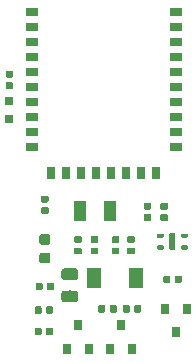
<source format=gbr>
G04 #@! TF.GenerationSoftware,KiCad,Pcbnew,(5.1.2-1)-1*
G04 #@! TF.CreationDate,2021-09-12T16:02:30+02:00*
G04 #@! TF.ProjectId,parasite,70617261-7369-4746-952e-6b696361645f,1.2.0*
G04 #@! TF.SameCoordinates,Original*
G04 #@! TF.FileFunction,Paste,Top*
G04 #@! TF.FilePolarity,Positive*
%FSLAX46Y46*%
G04 Gerber Fmt 4.6, Leading zero omitted, Abs format (unit mm)*
G04 Created by KiCad (PCBNEW (5.1.2-1)-1) date 2021-09-12 16:02:30*
%MOMM*%
%LPD*%
G04 APERTURE LIST*
%ADD10R,0.800000X0.800000*%
%ADD11R,1.000000X0.650000*%
%ADD12R,0.650000X1.000000*%
%ADD13C,0.100000*%
%ADD14C,0.590000*%
%ADD15C,0.500000*%
%ADD16C,0.350000*%
%ADD17R,1.000000X1.800000*%
%ADD18R,0.800000X0.900000*%
%ADD19C,0.875000*%
%ADD20C,0.975000*%
%ADD21R,1.300000X1.700000*%
G04 APERTURE END LIST*
D10*
X59000000Y-38700000D03*
X59000000Y-40200000D03*
D11*
X60881000Y-42600000D03*
X60881000Y-41330000D03*
X60881000Y-40060000D03*
X60881000Y-38790000D03*
X60881000Y-37520000D03*
X60881000Y-36250000D03*
X60881000Y-34980000D03*
X60881000Y-33710000D03*
X60881000Y-32440000D03*
X60881000Y-31170000D03*
X73119000Y-38790000D03*
X73119000Y-31170000D03*
X73119000Y-37520000D03*
X73119000Y-32440000D03*
X73119000Y-33710000D03*
X73119000Y-34980000D03*
X73119000Y-40060000D03*
X73119000Y-36250000D03*
X73119000Y-41330000D03*
X73119000Y-42600000D03*
D12*
X70150000Y-44819000D03*
X62530000Y-44819000D03*
X68880000Y-44819000D03*
X63800000Y-44819000D03*
X65070000Y-44819000D03*
X66340000Y-44819000D03*
X71420000Y-44819000D03*
X67610000Y-44819000D03*
D13*
G36*
X59186958Y-37105710D02*
G01*
X59201276Y-37107834D01*
X59215317Y-37111351D01*
X59228946Y-37116228D01*
X59242031Y-37122417D01*
X59254447Y-37129858D01*
X59266073Y-37138481D01*
X59276798Y-37148202D01*
X59286519Y-37158927D01*
X59295142Y-37170553D01*
X59302583Y-37182969D01*
X59308772Y-37196054D01*
X59313649Y-37209683D01*
X59317166Y-37223724D01*
X59319290Y-37238042D01*
X59320000Y-37252500D01*
X59320000Y-37547500D01*
X59319290Y-37561958D01*
X59317166Y-37576276D01*
X59313649Y-37590317D01*
X59308772Y-37603946D01*
X59302583Y-37617031D01*
X59295142Y-37629447D01*
X59286519Y-37641073D01*
X59276798Y-37651798D01*
X59266073Y-37661519D01*
X59254447Y-37670142D01*
X59242031Y-37677583D01*
X59228946Y-37683772D01*
X59215317Y-37688649D01*
X59201276Y-37692166D01*
X59186958Y-37694290D01*
X59172500Y-37695000D01*
X58827500Y-37695000D01*
X58813042Y-37694290D01*
X58798724Y-37692166D01*
X58784683Y-37688649D01*
X58771054Y-37683772D01*
X58757969Y-37677583D01*
X58745553Y-37670142D01*
X58733927Y-37661519D01*
X58723202Y-37651798D01*
X58713481Y-37641073D01*
X58704858Y-37629447D01*
X58697417Y-37617031D01*
X58691228Y-37603946D01*
X58686351Y-37590317D01*
X58682834Y-37576276D01*
X58680710Y-37561958D01*
X58680000Y-37547500D01*
X58680000Y-37252500D01*
X58680710Y-37238042D01*
X58682834Y-37223724D01*
X58686351Y-37209683D01*
X58691228Y-37196054D01*
X58697417Y-37182969D01*
X58704858Y-37170553D01*
X58713481Y-37158927D01*
X58723202Y-37148202D01*
X58733927Y-37138481D01*
X58745553Y-37129858D01*
X58757969Y-37122417D01*
X58771054Y-37116228D01*
X58784683Y-37111351D01*
X58798724Y-37107834D01*
X58813042Y-37105710D01*
X58827500Y-37105000D01*
X59172500Y-37105000D01*
X59186958Y-37105710D01*
X59186958Y-37105710D01*
G37*
D14*
X59000000Y-37400000D03*
D13*
G36*
X59186958Y-36135710D02*
G01*
X59201276Y-36137834D01*
X59215317Y-36141351D01*
X59228946Y-36146228D01*
X59242031Y-36152417D01*
X59254447Y-36159858D01*
X59266073Y-36168481D01*
X59276798Y-36178202D01*
X59286519Y-36188927D01*
X59295142Y-36200553D01*
X59302583Y-36212969D01*
X59308772Y-36226054D01*
X59313649Y-36239683D01*
X59317166Y-36253724D01*
X59319290Y-36268042D01*
X59320000Y-36282500D01*
X59320000Y-36577500D01*
X59319290Y-36591958D01*
X59317166Y-36606276D01*
X59313649Y-36620317D01*
X59308772Y-36633946D01*
X59302583Y-36647031D01*
X59295142Y-36659447D01*
X59286519Y-36671073D01*
X59276798Y-36681798D01*
X59266073Y-36691519D01*
X59254447Y-36700142D01*
X59242031Y-36707583D01*
X59228946Y-36713772D01*
X59215317Y-36718649D01*
X59201276Y-36722166D01*
X59186958Y-36724290D01*
X59172500Y-36725000D01*
X58827500Y-36725000D01*
X58813042Y-36724290D01*
X58798724Y-36722166D01*
X58784683Y-36718649D01*
X58771054Y-36713772D01*
X58757969Y-36707583D01*
X58745553Y-36700142D01*
X58733927Y-36691519D01*
X58723202Y-36681798D01*
X58713481Y-36671073D01*
X58704858Y-36659447D01*
X58697417Y-36647031D01*
X58691228Y-36633946D01*
X58686351Y-36620317D01*
X58682834Y-36606276D01*
X58680710Y-36591958D01*
X58680000Y-36577500D01*
X58680000Y-36282500D01*
X58680710Y-36268042D01*
X58682834Y-36253724D01*
X58686351Y-36239683D01*
X58691228Y-36226054D01*
X58697417Y-36212969D01*
X58704858Y-36200553D01*
X58713481Y-36188927D01*
X58723202Y-36178202D01*
X58733927Y-36168481D01*
X58745553Y-36159858D01*
X58757969Y-36152417D01*
X58771054Y-36146228D01*
X58784683Y-36141351D01*
X58798724Y-36137834D01*
X58813042Y-36135710D01*
X58827500Y-36135000D01*
X59172500Y-36135000D01*
X59186958Y-36135710D01*
X59186958Y-36135710D01*
G37*
D14*
X59000000Y-36430000D03*
D13*
G36*
X72937252Y-49900602D02*
G01*
X72949386Y-49902402D01*
X72961286Y-49905382D01*
X72972835Y-49909515D01*
X72983925Y-49914760D01*
X72994446Y-49921066D01*
X73004299Y-49928374D01*
X73013388Y-49936612D01*
X73021626Y-49945701D01*
X73028934Y-49955554D01*
X73035240Y-49966075D01*
X73040485Y-49977165D01*
X73044618Y-49988714D01*
X73047598Y-50000614D01*
X73049398Y-50012748D01*
X73050000Y-50025000D01*
X73050000Y-51175000D01*
X73049398Y-51187252D01*
X73047598Y-51199386D01*
X73044618Y-51211286D01*
X73040485Y-51222835D01*
X73035240Y-51233925D01*
X73028934Y-51244446D01*
X73021626Y-51254299D01*
X73013388Y-51263388D01*
X73004299Y-51271626D01*
X72994446Y-51278934D01*
X72983925Y-51285240D01*
X72972835Y-51290485D01*
X72961286Y-51294618D01*
X72949386Y-51297598D01*
X72937252Y-51299398D01*
X72925000Y-51300000D01*
X72675000Y-51300000D01*
X72662748Y-51299398D01*
X72650614Y-51297598D01*
X72638714Y-51294618D01*
X72627165Y-51290485D01*
X72616075Y-51285240D01*
X72605554Y-51278934D01*
X72595701Y-51271626D01*
X72586612Y-51263388D01*
X72578374Y-51254299D01*
X72571066Y-51244446D01*
X72564760Y-51233925D01*
X72559515Y-51222835D01*
X72555382Y-51211286D01*
X72552402Y-51199386D01*
X72550602Y-51187252D01*
X72550000Y-51175000D01*
X72550000Y-50025000D01*
X72550602Y-50012748D01*
X72552402Y-50000614D01*
X72555382Y-49988714D01*
X72559515Y-49977165D01*
X72564760Y-49966075D01*
X72571066Y-49955554D01*
X72578374Y-49945701D01*
X72586612Y-49936612D01*
X72595701Y-49928374D01*
X72605554Y-49921066D01*
X72616075Y-49914760D01*
X72627165Y-49909515D01*
X72638714Y-49905382D01*
X72650614Y-49902402D01*
X72662748Y-49900602D01*
X72675000Y-49900000D01*
X72925000Y-49900000D01*
X72937252Y-49900602D01*
X72937252Y-49900602D01*
G37*
D15*
X72800000Y-50600000D03*
D13*
G36*
X71971076Y-50925421D02*
G01*
X71979570Y-50926681D01*
X71987900Y-50928768D01*
X71995985Y-50931661D01*
X72003747Y-50935332D01*
X72011112Y-50939746D01*
X72018009Y-50944862D01*
X72024372Y-50950628D01*
X72030138Y-50956991D01*
X72035254Y-50963888D01*
X72039668Y-50971253D01*
X72043339Y-50979015D01*
X72046232Y-50987100D01*
X72048319Y-50995430D01*
X72049579Y-51003924D01*
X72050000Y-51012500D01*
X72050000Y-51187500D01*
X72049579Y-51196076D01*
X72048319Y-51204570D01*
X72046232Y-51212900D01*
X72043339Y-51220985D01*
X72039668Y-51228747D01*
X72035254Y-51236112D01*
X72030138Y-51243009D01*
X72024372Y-51249372D01*
X72018009Y-51255138D01*
X72011112Y-51260254D01*
X72003747Y-51264668D01*
X71995985Y-51268339D01*
X71987900Y-51271232D01*
X71979570Y-51273319D01*
X71971076Y-51274579D01*
X71962500Y-51275000D01*
X71587500Y-51275000D01*
X71578924Y-51274579D01*
X71570430Y-51273319D01*
X71562100Y-51271232D01*
X71554015Y-51268339D01*
X71546253Y-51264668D01*
X71538888Y-51260254D01*
X71531991Y-51255138D01*
X71525628Y-51249372D01*
X71519862Y-51243009D01*
X71514746Y-51236112D01*
X71510332Y-51228747D01*
X71506661Y-51220985D01*
X71503768Y-51212900D01*
X71501681Y-51204570D01*
X71500421Y-51196076D01*
X71500000Y-51187500D01*
X71500000Y-51012500D01*
X71500421Y-51003924D01*
X71501681Y-50995430D01*
X71503768Y-50987100D01*
X71506661Y-50979015D01*
X71510332Y-50971253D01*
X71514746Y-50963888D01*
X71519862Y-50956991D01*
X71525628Y-50950628D01*
X71531991Y-50944862D01*
X71538888Y-50939746D01*
X71546253Y-50935332D01*
X71554015Y-50931661D01*
X71562100Y-50928768D01*
X71570430Y-50926681D01*
X71578924Y-50925421D01*
X71587500Y-50925000D01*
X71962500Y-50925000D01*
X71971076Y-50925421D01*
X71971076Y-50925421D01*
G37*
D16*
X71775000Y-51100000D03*
D13*
G36*
X71971076Y-49925421D02*
G01*
X71979570Y-49926681D01*
X71987900Y-49928768D01*
X71995985Y-49931661D01*
X72003747Y-49935332D01*
X72011112Y-49939746D01*
X72018009Y-49944862D01*
X72024372Y-49950628D01*
X72030138Y-49956991D01*
X72035254Y-49963888D01*
X72039668Y-49971253D01*
X72043339Y-49979015D01*
X72046232Y-49987100D01*
X72048319Y-49995430D01*
X72049579Y-50003924D01*
X72050000Y-50012500D01*
X72050000Y-50187500D01*
X72049579Y-50196076D01*
X72048319Y-50204570D01*
X72046232Y-50212900D01*
X72043339Y-50220985D01*
X72039668Y-50228747D01*
X72035254Y-50236112D01*
X72030138Y-50243009D01*
X72024372Y-50249372D01*
X72018009Y-50255138D01*
X72011112Y-50260254D01*
X72003747Y-50264668D01*
X71995985Y-50268339D01*
X71987900Y-50271232D01*
X71979570Y-50273319D01*
X71971076Y-50274579D01*
X71962500Y-50275000D01*
X71587500Y-50275000D01*
X71578924Y-50274579D01*
X71570430Y-50273319D01*
X71562100Y-50271232D01*
X71554015Y-50268339D01*
X71546253Y-50264668D01*
X71538888Y-50260254D01*
X71531991Y-50255138D01*
X71525628Y-50249372D01*
X71519862Y-50243009D01*
X71514746Y-50236112D01*
X71510332Y-50228747D01*
X71506661Y-50220985D01*
X71503768Y-50212900D01*
X71501681Y-50204570D01*
X71500421Y-50196076D01*
X71500000Y-50187500D01*
X71500000Y-50012500D01*
X71500421Y-50003924D01*
X71501681Y-49995430D01*
X71503768Y-49987100D01*
X71506661Y-49979015D01*
X71510332Y-49971253D01*
X71514746Y-49963888D01*
X71519862Y-49956991D01*
X71525628Y-49950628D01*
X71531991Y-49944862D01*
X71538888Y-49939746D01*
X71546253Y-49935332D01*
X71554015Y-49931661D01*
X71562100Y-49928768D01*
X71570430Y-49926681D01*
X71578924Y-49925421D01*
X71587500Y-49925000D01*
X71962500Y-49925000D01*
X71971076Y-49925421D01*
X71971076Y-49925421D01*
G37*
D16*
X71775000Y-50100000D03*
D13*
G36*
X74021076Y-49925421D02*
G01*
X74029570Y-49926681D01*
X74037900Y-49928768D01*
X74045985Y-49931661D01*
X74053747Y-49935332D01*
X74061112Y-49939746D01*
X74068009Y-49944862D01*
X74074372Y-49950628D01*
X74080138Y-49956991D01*
X74085254Y-49963888D01*
X74089668Y-49971253D01*
X74093339Y-49979015D01*
X74096232Y-49987100D01*
X74098319Y-49995430D01*
X74099579Y-50003924D01*
X74100000Y-50012500D01*
X74100000Y-50187500D01*
X74099579Y-50196076D01*
X74098319Y-50204570D01*
X74096232Y-50212900D01*
X74093339Y-50220985D01*
X74089668Y-50228747D01*
X74085254Y-50236112D01*
X74080138Y-50243009D01*
X74074372Y-50249372D01*
X74068009Y-50255138D01*
X74061112Y-50260254D01*
X74053747Y-50264668D01*
X74045985Y-50268339D01*
X74037900Y-50271232D01*
X74029570Y-50273319D01*
X74021076Y-50274579D01*
X74012500Y-50275000D01*
X73637500Y-50275000D01*
X73628924Y-50274579D01*
X73620430Y-50273319D01*
X73612100Y-50271232D01*
X73604015Y-50268339D01*
X73596253Y-50264668D01*
X73588888Y-50260254D01*
X73581991Y-50255138D01*
X73575628Y-50249372D01*
X73569862Y-50243009D01*
X73564746Y-50236112D01*
X73560332Y-50228747D01*
X73556661Y-50220985D01*
X73553768Y-50212900D01*
X73551681Y-50204570D01*
X73550421Y-50196076D01*
X73550000Y-50187500D01*
X73550000Y-50012500D01*
X73550421Y-50003924D01*
X73551681Y-49995430D01*
X73553768Y-49987100D01*
X73556661Y-49979015D01*
X73560332Y-49971253D01*
X73564746Y-49963888D01*
X73569862Y-49956991D01*
X73575628Y-49950628D01*
X73581991Y-49944862D01*
X73588888Y-49939746D01*
X73596253Y-49935332D01*
X73604015Y-49931661D01*
X73612100Y-49928768D01*
X73620430Y-49926681D01*
X73628924Y-49925421D01*
X73637500Y-49925000D01*
X74012500Y-49925000D01*
X74021076Y-49925421D01*
X74021076Y-49925421D01*
G37*
D16*
X73825000Y-50100000D03*
D13*
G36*
X74021076Y-50925421D02*
G01*
X74029570Y-50926681D01*
X74037900Y-50928768D01*
X74045985Y-50931661D01*
X74053747Y-50935332D01*
X74061112Y-50939746D01*
X74068009Y-50944862D01*
X74074372Y-50950628D01*
X74080138Y-50956991D01*
X74085254Y-50963888D01*
X74089668Y-50971253D01*
X74093339Y-50979015D01*
X74096232Y-50987100D01*
X74098319Y-50995430D01*
X74099579Y-51003924D01*
X74100000Y-51012500D01*
X74100000Y-51187500D01*
X74099579Y-51196076D01*
X74098319Y-51204570D01*
X74096232Y-51212900D01*
X74093339Y-51220985D01*
X74089668Y-51228747D01*
X74085254Y-51236112D01*
X74080138Y-51243009D01*
X74074372Y-51249372D01*
X74068009Y-51255138D01*
X74061112Y-51260254D01*
X74053747Y-51264668D01*
X74045985Y-51268339D01*
X74037900Y-51271232D01*
X74029570Y-51273319D01*
X74021076Y-51274579D01*
X74012500Y-51275000D01*
X73637500Y-51275000D01*
X73628924Y-51274579D01*
X73620430Y-51273319D01*
X73612100Y-51271232D01*
X73604015Y-51268339D01*
X73596253Y-51264668D01*
X73588888Y-51260254D01*
X73581991Y-51255138D01*
X73575628Y-51249372D01*
X73569862Y-51243009D01*
X73564746Y-51236112D01*
X73560332Y-51228747D01*
X73556661Y-51220985D01*
X73553768Y-51212900D01*
X73551681Y-51204570D01*
X73550421Y-51196076D01*
X73550000Y-51187500D01*
X73550000Y-51012500D01*
X73550421Y-51003924D01*
X73551681Y-50995430D01*
X73553768Y-50987100D01*
X73556661Y-50979015D01*
X73560332Y-50971253D01*
X73564746Y-50963888D01*
X73569862Y-50956991D01*
X73575628Y-50950628D01*
X73581991Y-50944862D01*
X73588888Y-50939746D01*
X73596253Y-50935332D01*
X73604015Y-50931661D01*
X73612100Y-50928768D01*
X73620430Y-50926681D01*
X73628924Y-50925421D01*
X73637500Y-50925000D01*
X74012500Y-50925000D01*
X74021076Y-50925421D01*
X74021076Y-50925421D01*
G37*
D16*
X73825000Y-51100000D03*
D17*
X67500000Y-48000000D03*
X65000000Y-48000000D03*
D13*
G36*
X72286958Y-48275710D02*
G01*
X72301276Y-48277834D01*
X72315317Y-48281351D01*
X72328946Y-48286228D01*
X72342031Y-48292417D01*
X72354447Y-48299858D01*
X72366073Y-48308481D01*
X72376798Y-48318202D01*
X72386519Y-48328927D01*
X72395142Y-48340553D01*
X72402583Y-48352969D01*
X72408772Y-48366054D01*
X72413649Y-48379683D01*
X72417166Y-48393724D01*
X72419290Y-48408042D01*
X72420000Y-48422500D01*
X72420000Y-48717500D01*
X72419290Y-48731958D01*
X72417166Y-48746276D01*
X72413649Y-48760317D01*
X72408772Y-48773946D01*
X72402583Y-48787031D01*
X72395142Y-48799447D01*
X72386519Y-48811073D01*
X72376798Y-48821798D01*
X72366073Y-48831519D01*
X72354447Y-48840142D01*
X72342031Y-48847583D01*
X72328946Y-48853772D01*
X72315317Y-48858649D01*
X72301276Y-48862166D01*
X72286958Y-48864290D01*
X72272500Y-48865000D01*
X71927500Y-48865000D01*
X71913042Y-48864290D01*
X71898724Y-48862166D01*
X71884683Y-48858649D01*
X71871054Y-48853772D01*
X71857969Y-48847583D01*
X71845553Y-48840142D01*
X71833927Y-48831519D01*
X71823202Y-48821798D01*
X71813481Y-48811073D01*
X71804858Y-48799447D01*
X71797417Y-48787031D01*
X71791228Y-48773946D01*
X71786351Y-48760317D01*
X71782834Y-48746276D01*
X71780710Y-48731958D01*
X71780000Y-48717500D01*
X71780000Y-48422500D01*
X71780710Y-48408042D01*
X71782834Y-48393724D01*
X71786351Y-48379683D01*
X71791228Y-48366054D01*
X71797417Y-48352969D01*
X71804858Y-48340553D01*
X71813481Y-48328927D01*
X71823202Y-48318202D01*
X71833927Y-48308481D01*
X71845553Y-48299858D01*
X71857969Y-48292417D01*
X71871054Y-48286228D01*
X71884683Y-48281351D01*
X71898724Y-48277834D01*
X71913042Y-48275710D01*
X71927500Y-48275000D01*
X72272500Y-48275000D01*
X72286958Y-48275710D01*
X72286958Y-48275710D01*
G37*
D14*
X72100000Y-48570000D03*
D13*
G36*
X72286958Y-47305710D02*
G01*
X72301276Y-47307834D01*
X72315317Y-47311351D01*
X72328946Y-47316228D01*
X72342031Y-47322417D01*
X72354447Y-47329858D01*
X72366073Y-47338481D01*
X72376798Y-47348202D01*
X72386519Y-47358927D01*
X72395142Y-47370553D01*
X72402583Y-47382969D01*
X72408772Y-47396054D01*
X72413649Y-47409683D01*
X72417166Y-47423724D01*
X72419290Y-47438042D01*
X72420000Y-47452500D01*
X72420000Y-47747500D01*
X72419290Y-47761958D01*
X72417166Y-47776276D01*
X72413649Y-47790317D01*
X72408772Y-47803946D01*
X72402583Y-47817031D01*
X72395142Y-47829447D01*
X72386519Y-47841073D01*
X72376798Y-47851798D01*
X72366073Y-47861519D01*
X72354447Y-47870142D01*
X72342031Y-47877583D01*
X72328946Y-47883772D01*
X72315317Y-47888649D01*
X72301276Y-47892166D01*
X72286958Y-47894290D01*
X72272500Y-47895000D01*
X71927500Y-47895000D01*
X71913042Y-47894290D01*
X71898724Y-47892166D01*
X71884683Y-47888649D01*
X71871054Y-47883772D01*
X71857969Y-47877583D01*
X71845553Y-47870142D01*
X71833927Y-47861519D01*
X71823202Y-47851798D01*
X71813481Y-47841073D01*
X71804858Y-47829447D01*
X71797417Y-47817031D01*
X71791228Y-47803946D01*
X71786351Y-47790317D01*
X71782834Y-47776276D01*
X71780710Y-47761958D01*
X71780000Y-47747500D01*
X71780000Y-47452500D01*
X71780710Y-47438042D01*
X71782834Y-47423724D01*
X71786351Y-47409683D01*
X71791228Y-47396054D01*
X71797417Y-47382969D01*
X71804858Y-47370553D01*
X71813481Y-47358927D01*
X71823202Y-47348202D01*
X71833927Y-47338481D01*
X71845553Y-47329858D01*
X71857969Y-47322417D01*
X71871054Y-47316228D01*
X71884683Y-47311351D01*
X71898724Y-47307834D01*
X71913042Y-47305710D01*
X71927500Y-47305000D01*
X72272500Y-47305000D01*
X72286958Y-47305710D01*
X72286958Y-47305710D01*
G37*
D14*
X72100000Y-47600000D03*
D13*
G36*
X70886958Y-47305710D02*
G01*
X70901276Y-47307834D01*
X70915317Y-47311351D01*
X70928946Y-47316228D01*
X70942031Y-47322417D01*
X70954447Y-47329858D01*
X70966073Y-47338481D01*
X70976798Y-47348202D01*
X70986519Y-47358927D01*
X70995142Y-47370553D01*
X71002583Y-47382969D01*
X71008772Y-47396054D01*
X71013649Y-47409683D01*
X71017166Y-47423724D01*
X71019290Y-47438042D01*
X71020000Y-47452500D01*
X71020000Y-47747500D01*
X71019290Y-47761958D01*
X71017166Y-47776276D01*
X71013649Y-47790317D01*
X71008772Y-47803946D01*
X71002583Y-47817031D01*
X70995142Y-47829447D01*
X70986519Y-47841073D01*
X70976798Y-47851798D01*
X70966073Y-47861519D01*
X70954447Y-47870142D01*
X70942031Y-47877583D01*
X70928946Y-47883772D01*
X70915317Y-47888649D01*
X70901276Y-47892166D01*
X70886958Y-47894290D01*
X70872500Y-47895000D01*
X70527500Y-47895000D01*
X70513042Y-47894290D01*
X70498724Y-47892166D01*
X70484683Y-47888649D01*
X70471054Y-47883772D01*
X70457969Y-47877583D01*
X70445553Y-47870142D01*
X70433927Y-47861519D01*
X70423202Y-47851798D01*
X70413481Y-47841073D01*
X70404858Y-47829447D01*
X70397417Y-47817031D01*
X70391228Y-47803946D01*
X70386351Y-47790317D01*
X70382834Y-47776276D01*
X70380710Y-47761958D01*
X70380000Y-47747500D01*
X70380000Y-47452500D01*
X70380710Y-47438042D01*
X70382834Y-47423724D01*
X70386351Y-47409683D01*
X70391228Y-47396054D01*
X70397417Y-47382969D01*
X70404858Y-47370553D01*
X70413481Y-47358927D01*
X70423202Y-47348202D01*
X70433927Y-47338481D01*
X70445553Y-47329858D01*
X70457969Y-47322417D01*
X70471054Y-47316228D01*
X70484683Y-47311351D01*
X70498724Y-47307834D01*
X70513042Y-47305710D01*
X70527500Y-47305000D01*
X70872500Y-47305000D01*
X70886958Y-47305710D01*
X70886958Y-47305710D01*
G37*
D14*
X70700000Y-47600000D03*
D13*
G36*
X70886958Y-48275710D02*
G01*
X70901276Y-48277834D01*
X70915317Y-48281351D01*
X70928946Y-48286228D01*
X70942031Y-48292417D01*
X70954447Y-48299858D01*
X70966073Y-48308481D01*
X70976798Y-48318202D01*
X70986519Y-48328927D01*
X70995142Y-48340553D01*
X71002583Y-48352969D01*
X71008772Y-48366054D01*
X71013649Y-48379683D01*
X71017166Y-48393724D01*
X71019290Y-48408042D01*
X71020000Y-48422500D01*
X71020000Y-48717500D01*
X71019290Y-48731958D01*
X71017166Y-48746276D01*
X71013649Y-48760317D01*
X71008772Y-48773946D01*
X71002583Y-48787031D01*
X70995142Y-48799447D01*
X70986519Y-48811073D01*
X70976798Y-48821798D01*
X70966073Y-48831519D01*
X70954447Y-48840142D01*
X70942031Y-48847583D01*
X70928946Y-48853772D01*
X70915317Y-48858649D01*
X70901276Y-48862166D01*
X70886958Y-48864290D01*
X70872500Y-48865000D01*
X70527500Y-48865000D01*
X70513042Y-48864290D01*
X70498724Y-48862166D01*
X70484683Y-48858649D01*
X70471054Y-48853772D01*
X70457969Y-48847583D01*
X70445553Y-48840142D01*
X70433927Y-48831519D01*
X70423202Y-48821798D01*
X70413481Y-48811073D01*
X70404858Y-48799447D01*
X70397417Y-48787031D01*
X70391228Y-48773946D01*
X70386351Y-48760317D01*
X70382834Y-48746276D01*
X70380710Y-48731958D01*
X70380000Y-48717500D01*
X70380000Y-48422500D01*
X70380710Y-48408042D01*
X70382834Y-48393724D01*
X70386351Y-48379683D01*
X70391228Y-48366054D01*
X70397417Y-48352969D01*
X70404858Y-48340553D01*
X70413481Y-48328927D01*
X70423202Y-48318202D01*
X70433927Y-48308481D01*
X70445553Y-48299858D01*
X70457969Y-48292417D01*
X70471054Y-48286228D01*
X70484683Y-48281351D01*
X70498724Y-48277834D01*
X70513042Y-48275710D01*
X70527500Y-48275000D01*
X70872500Y-48275000D01*
X70886958Y-48275710D01*
X70886958Y-48275710D01*
G37*
D14*
X70700000Y-48570000D03*
D13*
G36*
X69486958Y-50135710D02*
G01*
X69501276Y-50137834D01*
X69515317Y-50141351D01*
X69528946Y-50146228D01*
X69542031Y-50152417D01*
X69554447Y-50159858D01*
X69566073Y-50168481D01*
X69576798Y-50178202D01*
X69586519Y-50188927D01*
X69595142Y-50200553D01*
X69602583Y-50212969D01*
X69608772Y-50226054D01*
X69613649Y-50239683D01*
X69617166Y-50253724D01*
X69619290Y-50268042D01*
X69620000Y-50282500D01*
X69620000Y-50577500D01*
X69619290Y-50591958D01*
X69617166Y-50606276D01*
X69613649Y-50620317D01*
X69608772Y-50633946D01*
X69602583Y-50647031D01*
X69595142Y-50659447D01*
X69586519Y-50671073D01*
X69576798Y-50681798D01*
X69566073Y-50691519D01*
X69554447Y-50700142D01*
X69542031Y-50707583D01*
X69528946Y-50713772D01*
X69515317Y-50718649D01*
X69501276Y-50722166D01*
X69486958Y-50724290D01*
X69472500Y-50725000D01*
X69127500Y-50725000D01*
X69113042Y-50724290D01*
X69098724Y-50722166D01*
X69084683Y-50718649D01*
X69071054Y-50713772D01*
X69057969Y-50707583D01*
X69045553Y-50700142D01*
X69033927Y-50691519D01*
X69023202Y-50681798D01*
X69013481Y-50671073D01*
X69004858Y-50659447D01*
X68997417Y-50647031D01*
X68991228Y-50633946D01*
X68986351Y-50620317D01*
X68982834Y-50606276D01*
X68980710Y-50591958D01*
X68980000Y-50577500D01*
X68980000Y-50282500D01*
X68980710Y-50268042D01*
X68982834Y-50253724D01*
X68986351Y-50239683D01*
X68991228Y-50226054D01*
X68997417Y-50212969D01*
X69004858Y-50200553D01*
X69013481Y-50188927D01*
X69023202Y-50178202D01*
X69033927Y-50168481D01*
X69045553Y-50159858D01*
X69057969Y-50152417D01*
X69071054Y-50146228D01*
X69084683Y-50141351D01*
X69098724Y-50137834D01*
X69113042Y-50135710D01*
X69127500Y-50135000D01*
X69472500Y-50135000D01*
X69486958Y-50135710D01*
X69486958Y-50135710D01*
G37*
D14*
X69300000Y-50430000D03*
D13*
G36*
X69486958Y-51105710D02*
G01*
X69501276Y-51107834D01*
X69515317Y-51111351D01*
X69528946Y-51116228D01*
X69542031Y-51122417D01*
X69554447Y-51129858D01*
X69566073Y-51138481D01*
X69576798Y-51148202D01*
X69586519Y-51158927D01*
X69595142Y-51170553D01*
X69602583Y-51182969D01*
X69608772Y-51196054D01*
X69613649Y-51209683D01*
X69617166Y-51223724D01*
X69619290Y-51238042D01*
X69620000Y-51252500D01*
X69620000Y-51547500D01*
X69619290Y-51561958D01*
X69617166Y-51576276D01*
X69613649Y-51590317D01*
X69608772Y-51603946D01*
X69602583Y-51617031D01*
X69595142Y-51629447D01*
X69586519Y-51641073D01*
X69576798Y-51651798D01*
X69566073Y-51661519D01*
X69554447Y-51670142D01*
X69542031Y-51677583D01*
X69528946Y-51683772D01*
X69515317Y-51688649D01*
X69501276Y-51692166D01*
X69486958Y-51694290D01*
X69472500Y-51695000D01*
X69127500Y-51695000D01*
X69113042Y-51694290D01*
X69098724Y-51692166D01*
X69084683Y-51688649D01*
X69071054Y-51683772D01*
X69057969Y-51677583D01*
X69045553Y-51670142D01*
X69033927Y-51661519D01*
X69023202Y-51651798D01*
X69013481Y-51641073D01*
X69004858Y-51629447D01*
X68997417Y-51617031D01*
X68991228Y-51603946D01*
X68986351Y-51590317D01*
X68982834Y-51576276D01*
X68980710Y-51561958D01*
X68980000Y-51547500D01*
X68980000Y-51252500D01*
X68980710Y-51238042D01*
X68982834Y-51223724D01*
X68986351Y-51209683D01*
X68991228Y-51196054D01*
X68997417Y-51182969D01*
X69004858Y-51170553D01*
X69013481Y-51158927D01*
X69023202Y-51148202D01*
X69033927Y-51138481D01*
X69045553Y-51129858D01*
X69057969Y-51122417D01*
X69071054Y-51116228D01*
X69084683Y-51111351D01*
X69098724Y-51107834D01*
X69113042Y-51105710D01*
X69127500Y-51105000D01*
X69472500Y-51105000D01*
X69486958Y-51105710D01*
X69486958Y-51105710D01*
G37*
D14*
X69300000Y-51400000D03*
D13*
G36*
X70031958Y-55980710D02*
G01*
X70046276Y-55982834D01*
X70060317Y-55986351D01*
X70073946Y-55991228D01*
X70087031Y-55997417D01*
X70099447Y-56004858D01*
X70111073Y-56013481D01*
X70121798Y-56023202D01*
X70131519Y-56033927D01*
X70140142Y-56045553D01*
X70147583Y-56057969D01*
X70153772Y-56071054D01*
X70158649Y-56084683D01*
X70162166Y-56098724D01*
X70164290Y-56113042D01*
X70165000Y-56127500D01*
X70165000Y-56472500D01*
X70164290Y-56486958D01*
X70162166Y-56501276D01*
X70158649Y-56515317D01*
X70153772Y-56528946D01*
X70147583Y-56542031D01*
X70140142Y-56554447D01*
X70131519Y-56566073D01*
X70121798Y-56576798D01*
X70111073Y-56586519D01*
X70099447Y-56595142D01*
X70087031Y-56602583D01*
X70073946Y-56608772D01*
X70060317Y-56613649D01*
X70046276Y-56617166D01*
X70031958Y-56619290D01*
X70017500Y-56620000D01*
X69722500Y-56620000D01*
X69708042Y-56619290D01*
X69693724Y-56617166D01*
X69679683Y-56613649D01*
X69666054Y-56608772D01*
X69652969Y-56602583D01*
X69640553Y-56595142D01*
X69628927Y-56586519D01*
X69618202Y-56576798D01*
X69608481Y-56566073D01*
X69599858Y-56554447D01*
X69592417Y-56542031D01*
X69586228Y-56528946D01*
X69581351Y-56515317D01*
X69577834Y-56501276D01*
X69575710Y-56486958D01*
X69575000Y-56472500D01*
X69575000Y-56127500D01*
X69575710Y-56113042D01*
X69577834Y-56098724D01*
X69581351Y-56084683D01*
X69586228Y-56071054D01*
X69592417Y-56057969D01*
X69599858Y-56045553D01*
X69608481Y-56033927D01*
X69618202Y-56023202D01*
X69628927Y-56013481D01*
X69640553Y-56004858D01*
X69652969Y-55997417D01*
X69666054Y-55991228D01*
X69679683Y-55986351D01*
X69693724Y-55982834D01*
X69708042Y-55980710D01*
X69722500Y-55980000D01*
X70017500Y-55980000D01*
X70031958Y-55980710D01*
X70031958Y-55980710D01*
G37*
D14*
X69870000Y-56300000D03*
D13*
G36*
X69061958Y-55980710D02*
G01*
X69076276Y-55982834D01*
X69090317Y-55986351D01*
X69103946Y-55991228D01*
X69117031Y-55997417D01*
X69129447Y-56004858D01*
X69141073Y-56013481D01*
X69151798Y-56023202D01*
X69161519Y-56033927D01*
X69170142Y-56045553D01*
X69177583Y-56057969D01*
X69183772Y-56071054D01*
X69188649Y-56084683D01*
X69192166Y-56098724D01*
X69194290Y-56113042D01*
X69195000Y-56127500D01*
X69195000Y-56472500D01*
X69194290Y-56486958D01*
X69192166Y-56501276D01*
X69188649Y-56515317D01*
X69183772Y-56528946D01*
X69177583Y-56542031D01*
X69170142Y-56554447D01*
X69161519Y-56566073D01*
X69151798Y-56576798D01*
X69141073Y-56586519D01*
X69129447Y-56595142D01*
X69117031Y-56602583D01*
X69103946Y-56608772D01*
X69090317Y-56613649D01*
X69076276Y-56617166D01*
X69061958Y-56619290D01*
X69047500Y-56620000D01*
X68752500Y-56620000D01*
X68738042Y-56619290D01*
X68723724Y-56617166D01*
X68709683Y-56613649D01*
X68696054Y-56608772D01*
X68682969Y-56602583D01*
X68670553Y-56595142D01*
X68658927Y-56586519D01*
X68648202Y-56576798D01*
X68638481Y-56566073D01*
X68629858Y-56554447D01*
X68622417Y-56542031D01*
X68616228Y-56528946D01*
X68611351Y-56515317D01*
X68607834Y-56501276D01*
X68605710Y-56486958D01*
X68605000Y-56472500D01*
X68605000Y-56127500D01*
X68605710Y-56113042D01*
X68607834Y-56098724D01*
X68611351Y-56084683D01*
X68616228Y-56071054D01*
X68622417Y-56057969D01*
X68629858Y-56045553D01*
X68638481Y-56033927D01*
X68648202Y-56023202D01*
X68658927Y-56013481D01*
X68670553Y-56004858D01*
X68682969Y-55997417D01*
X68696054Y-55991228D01*
X68709683Y-55986351D01*
X68723724Y-55982834D01*
X68738042Y-55980710D01*
X68752500Y-55980000D01*
X69047500Y-55980000D01*
X69061958Y-55980710D01*
X69061958Y-55980710D01*
G37*
D14*
X68900000Y-56300000D03*
D13*
G36*
X61591958Y-57880710D02*
G01*
X61606276Y-57882834D01*
X61620317Y-57886351D01*
X61633946Y-57891228D01*
X61647031Y-57897417D01*
X61659447Y-57904858D01*
X61671073Y-57913481D01*
X61681798Y-57923202D01*
X61691519Y-57933927D01*
X61700142Y-57945553D01*
X61707583Y-57957969D01*
X61713772Y-57971054D01*
X61718649Y-57984683D01*
X61722166Y-57998724D01*
X61724290Y-58013042D01*
X61725000Y-58027500D01*
X61725000Y-58372500D01*
X61724290Y-58386958D01*
X61722166Y-58401276D01*
X61718649Y-58415317D01*
X61713772Y-58428946D01*
X61707583Y-58442031D01*
X61700142Y-58454447D01*
X61691519Y-58466073D01*
X61681798Y-58476798D01*
X61671073Y-58486519D01*
X61659447Y-58495142D01*
X61647031Y-58502583D01*
X61633946Y-58508772D01*
X61620317Y-58513649D01*
X61606276Y-58517166D01*
X61591958Y-58519290D01*
X61577500Y-58520000D01*
X61282500Y-58520000D01*
X61268042Y-58519290D01*
X61253724Y-58517166D01*
X61239683Y-58513649D01*
X61226054Y-58508772D01*
X61212969Y-58502583D01*
X61200553Y-58495142D01*
X61188927Y-58486519D01*
X61178202Y-58476798D01*
X61168481Y-58466073D01*
X61159858Y-58454447D01*
X61152417Y-58442031D01*
X61146228Y-58428946D01*
X61141351Y-58415317D01*
X61137834Y-58401276D01*
X61135710Y-58386958D01*
X61135000Y-58372500D01*
X61135000Y-58027500D01*
X61135710Y-58013042D01*
X61137834Y-57998724D01*
X61141351Y-57984683D01*
X61146228Y-57971054D01*
X61152417Y-57957969D01*
X61159858Y-57945553D01*
X61168481Y-57933927D01*
X61178202Y-57923202D01*
X61188927Y-57913481D01*
X61200553Y-57904858D01*
X61212969Y-57897417D01*
X61226054Y-57891228D01*
X61239683Y-57886351D01*
X61253724Y-57882834D01*
X61268042Y-57880710D01*
X61282500Y-57880000D01*
X61577500Y-57880000D01*
X61591958Y-57880710D01*
X61591958Y-57880710D01*
G37*
D14*
X61430000Y-58200000D03*
D13*
G36*
X62561958Y-57880710D02*
G01*
X62576276Y-57882834D01*
X62590317Y-57886351D01*
X62603946Y-57891228D01*
X62617031Y-57897417D01*
X62629447Y-57904858D01*
X62641073Y-57913481D01*
X62651798Y-57923202D01*
X62661519Y-57933927D01*
X62670142Y-57945553D01*
X62677583Y-57957969D01*
X62683772Y-57971054D01*
X62688649Y-57984683D01*
X62692166Y-57998724D01*
X62694290Y-58013042D01*
X62695000Y-58027500D01*
X62695000Y-58372500D01*
X62694290Y-58386958D01*
X62692166Y-58401276D01*
X62688649Y-58415317D01*
X62683772Y-58428946D01*
X62677583Y-58442031D01*
X62670142Y-58454447D01*
X62661519Y-58466073D01*
X62651798Y-58476798D01*
X62641073Y-58486519D01*
X62629447Y-58495142D01*
X62617031Y-58502583D01*
X62603946Y-58508772D01*
X62590317Y-58513649D01*
X62576276Y-58517166D01*
X62561958Y-58519290D01*
X62547500Y-58520000D01*
X62252500Y-58520000D01*
X62238042Y-58519290D01*
X62223724Y-58517166D01*
X62209683Y-58513649D01*
X62196054Y-58508772D01*
X62182969Y-58502583D01*
X62170553Y-58495142D01*
X62158927Y-58486519D01*
X62148202Y-58476798D01*
X62138481Y-58466073D01*
X62129858Y-58454447D01*
X62122417Y-58442031D01*
X62116228Y-58428946D01*
X62111351Y-58415317D01*
X62107834Y-58401276D01*
X62105710Y-58386958D01*
X62105000Y-58372500D01*
X62105000Y-58027500D01*
X62105710Y-58013042D01*
X62107834Y-57998724D01*
X62111351Y-57984683D01*
X62116228Y-57971054D01*
X62122417Y-57957969D01*
X62129858Y-57945553D01*
X62138481Y-57933927D01*
X62148202Y-57923202D01*
X62158927Y-57913481D01*
X62170553Y-57904858D01*
X62182969Y-57897417D01*
X62196054Y-57891228D01*
X62209683Y-57886351D01*
X62223724Y-57882834D01*
X62238042Y-57880710D01*
X62252500Y-57880000D01*
X62547500Y-57880000D01*
X62561958Y-57880710D01*
X62561958Y-57880710D01*
G37*
D14*
X62400000Y-58200000D03*
D13*
G36*
X67946958Y-55980710D02*
G01*
X67961276Y-55982834D01*
X67975317Y-55986351D01*
X67988946Y-55991228D01*
X68002031Y-55997417D01*
X68014447Y-56004858D01*
X68026073Y-56013481D01*
X68036798Y-56023202D01*
X68046519Y-56033927D01*
X68055142Y-56045553D01*
X68062583Y-56057969D01*
X68068772Y-56071054D01*
X68073649Y-56084683D01*
X68077166Y-56098724D01*
X68079290Y-56113042D01*
X68080000Y-56127500D01*
X68080000Y-56472500D01*
X68079290Y-56486958D01*
X68077166Y-56501276D01*
X68073649Y-56515317D01*
X68068772Y-56528946D01*
X68062583Y-56542031D01*
X68055142Y-56554447D01*
X68046519Y-56566073D01*
X68036798Y-56576798D01*
X68026073Y-56586519D01*
X68014447Y-56595142D01*
X68002031Y-56602583D01*
X67988946Y-56608772D01*
X67975317Y-56613649D01*
X67961276Y-56617166D01*
X67946958Y-56619290D01*
X67932500Y-56620000D01*
X67637500Y-56620000D01*
X67623042Y-56619290D01*
X67608724Y-56617166D01*
X67594683Y-56613649D01*
X67581054Y-56608772D01*
X67567969Y-56602583D01*
X67555553Y-56595142D01*
X67543927Y-56586519D01*
X67533202Y-56576798D01*
X67523481Y-56566073D01*
X67514858Y-56554447D01*
X67507417Y-56542031D01*
X67501228Y-56528946D01*
X67496351Y-56515317D01*
X67492834Y-56501276D01*
X67490710Y-56486958D01*
X67490000Y-56472500D01*
X67490000Y-56127500D01*
X67490710Y-56113042D01*
X67492834Y-56098724D01*
X67496351Y-56084683D01*
X67501228Y-56071054D01*
X67507417Y-56057969D01*
X67514858Y-56045553D01*
X67523481Y-56033927D01*
X67533202Y-56023202D01*
X67543927Y-56013481D01*
X67555553Y-56004858D01*
X67567969Y-55997417D01*
X67581054Y-55991228D01*
X67594683Y-55986351D01*
X67608724Y-55982834D01*
X67623042Y-55980710D01*
X67637500Y-55980000D01*
X67932500Y-55980000D01*
X67946958Y-55980710D01*
X67946958Y-55980710D01*
G37*
D14*
X67785000Y-56300000D03*
D13*
G36*
X66976958Y-55980710D02*
G01*
X66991276Y-55982834D01*
X67005317Y-55986351D01*
X67018946Y-55991228D01*
X67032031Y-55997417D01*
X67044447Y-56004858D01*
X67056073Y-56013481D01*
X67066798Y-56023202D01*
X67076519Y-56033927D01*
X67085142Y-56045553D01*
X67092583Y-56057969D01*
X67098772Y-56071054D01*
X67103649Y-56084683D01*
X67107166Y-56098724D01*
X67109290Y-56113042D01*
X67110000Y-56127500D01*
X67110000Y-56472500D01*
X67109290Y-56486958D01*
X67107166Y-56501276D01*
X67103649Y-56515317D01*
X67098772Y-56528946D01*
X67092583Y-56542031D01*
X67085142Y-56554447D01*
X67076519Y-56566073D01*
X67066798Y-56576798D01*
X67056073Y-56586519D01*
X67044447Y-56595142D01*
X67032031Y-56602583D01*
X67018946Y-56608772D01*
X67005317Y-56613649D01*
X66991276Y-56617166D01*
X66976958Y-56619290D01*
X66962500Y-56620000D01*
X66667500Y-56620000D01*
X66653042Y-56619290D01*
X66638724Y-56617166D01*
X66624683Y-56613649D01*
X66611054Y-56608772D01*
X66597969Y-56602583D01*
X66585553Y-56595142D01*
X66573927Y-56586519D01*
X66563202Y-56576798D01*
X66553481Y-56566073D01*
X66544858Y-56554447D01*
X66537417Y-56542031D01*
X66531228Y-56528946D01*
X66526351Y-56515317D01*
X66522834Y-56501276D01*
X66520710Y-56486958D01*
X66520000Y-56472500D01*
X66520000Y-56127500D01*
X66520710Y-56113042D01*
X66522834Y-56098724D01*
X66526351Y-56084683D01*
X66531228Y-56071054D01*
X66537417Y-56057969D01*
X66544858Y-56045553D01*
X66553481Y-56033927D01*
X66563202Y-56023202D01*
X66573927Y-56013481D01*
X66585553Y-56004858D01*
X66597969Y-55997417D01*
X66611054Y-55991228D01*
X66624683Y-55986351D01*
X66638724Y-55982834D01*
X66653042Y-55980710D01*
X66667500Y-55980000D01*
X66962500Y-55980000D01*
X66976958Y-55980710D01*
X66976958Y-55980710D01*
G37*
D14*
X66815000Y-56300000D03*
D13*
G36*
X62186958Y-47675710D02*
G01*
X62201276Y-47677834D01*
X62215317Y-47681351D01*
X62228946Y-47686228D01*
X62242031Y-47692417D01*
X62254447Y-47699858D01*
X62266073Y-47708481D01*
X62276798Y-47718202D01*
X62286519Y-47728927D01*
X62295142Y-47740553D01*
X62302583Y-47752969D01*
X62308772Y-47766054D01*
X62313649Y-47779683D01*
X62317166Y-47793724D01*
X62319290Y-47808042D01*
X62320000Y-47822500D01*
X62320000Y-48117500D01*
X62319290Y-48131958D01*
X62317166Y-48146276D01*
X62313649Y-48160317D01*
X62308772Y-48173946D01*
X62302583Y-48187031D01*
X62295142Y-48199447D01*
X62286519Y-48211073D01*
X62276798Y-48221798D01*
X62266073Y-48231519D01*
X62254447Y-48240142D01*
X62242031Y-48247583D01*
X62228946Y-48253772D01*
X62215317Y-48258649D01*
X62201276Y-48262166D01*
X62186958Y-48264290D01*
X62172500Y-48265000D01*
X61827500Y-48265000D01*
X61813042Y-48264290D01*
X61798724Y-48262166D01*
X61784683Y-48258649D01*
X61771054Y-48253772D01*
X61757969Y-48247583D01*
X61745553Y-48240142D01*
X61733927Y-48231519D01*
X61723202Y-48221798D01*
X61713481Y-48211073D01*
X61704858Y-48199447D01*
X61697417Y-48187031D01*
X61691228Y-48173946D01*
X61686351Y-48160317D01*
X61682834Y-48146276D01*
X61680710Y-48131958D01*
X61680000Y-48117500D01*
X61680000Y-47822500D01*
X61680710Y-47808042D01*
X61682834Y-47793724D01*
X61686351Y-47779683D01*
X61691228Y-47766054D01*
X61697417Y-47752969D01*
X61704858Y-47740553D01*
X61713481Y-47728927D01*
X61723202Y-47718202D01*
X61733927Y-47708481D01*
X61745553Y-47699858D01*
X61757969Y-47692417D01*
X61771054Y-47686228D01*
X61784683Y-47681351D01*
X61798724Y-47677834D01*
X61813042Y-47675710D01*
X61827500Y-47675000D01*
X62172500Y-47675000D01*
X62186958Y-47675710D01*
X62186958Y-47675710D01*
G37*
D14*
X62000000Y-47970000D03*
D13*
G36*
X62186958Y-46705710D02*
G01*
X62201276Y-46707834D01*
X62215317Y-46711351D01*
X62228946Y-46716228D01*
X62242031Y-46722417D01*
X62254447Y-46729858D01*
X62266073Y-46738481D01*
X62276798Y-46748202D01*
X62286519Y-46758927D01*
X62295142Y-46770553D01*
X62302583Y-46782969D01*
X62308772Y-46796054D01*
X62313649Y-46809683D01*
X62317166Y-46823724D01*
X62319290Y-46838042D01*
X62320000Y-46852500D01*
X62320000Y-47147500D01*
X62319290Y-47161958D01*
X62317166Y-47176276D01*
X62313649Y-47190317D01*
X62308772Y-47203946D01*
X62302583Y-47217031D01*
X62295142Y-47229447D01*
X62286519Y-47241073D01*
X62276798Y-47251798D01*
X62266073Y-47261519D01*
X62254447Y-47270142D01*
X62242031Y-47277583D01*
X62228946Y-47283772D01*
X62215317Y-47288649D01*
X62201276Y-47292166D01*
X62186958Y-47294290D01*
X62172500Y-47295000D01*
X61827500Y-47295000D01*
X61813042Y-47294290D01*
X61798724Y-47292166D01*
X61784683Y-47288649D01*
X61771054Y-47283772D01*
X61757969Y-47277583D01*
X61745553Y-47270142D01*
X61733927Y-47261519D01*
X61723202Y-47251798D01*
X61713481Y-47241073D01*
X61704858Y-47229447D01*
X61697417Y-47217031D01*
X61691228Y-47203946D01*
X61686351Y-47190317D01*
X61682834Y-47176276D01*
X61680710Y-47161958D01*
X61680000Y-47147500D01*
X61680000Y-46852500D01*
X61680710Y-46838042D01*
X61682834Y-46823724D01*
X61686351Y-46809683D01*
X61691228Y-46796054D01*
X61697417Y-46782969D01*
X61704858Y-46770553D01*
X61713481Y-46758927D01*
X61723202Y-46748202D01*
X61733927Y-46738481D01*
X61745553Y-46729858D01*
X61757969Y-46722417D01*
X61771054Y-46716228D01*
X61784683Y-46711351D01*
X61798724Y-46707834D01*
X61813042Y-46705710D01*
X61827500Y-46705000D01*
X62172500Y-46705000D01*
X62186958Y-46705710D01*
X62186958Y-46705710D01*
G37*
D14*
X62000000Y-47000000D03*
D13*
G36*
X62646958Y-54080710D02*
G01*
X62661276Y-54082834D01*
X62675317Y-54086351D01*
X62688946Y-54091228D01*
X62702031Y-54097417D01*
X62714447Y-54104858D01*
X62726073Y-54113481D01*
X62736798Y-54123202D01*
X62746519Y-54133927D01*
X62755142Y-54145553D01*
X62762583Y-54157969D01*
X62768772Y-54171054D01*
X62773649Y-54184683D01*
X62777166Y-54198724D01*
X62779290Y-54213042D01*
X62780000Y-54227500D01*
X62780000Y-54572500D01*
X62779290Y-54586958D01*
X62777166Y-54601276D01*
X62773649Y-54615317D01*
X62768772Y-54628946D01*
X62762583Y-54642031D01*
X62755142Y-54654447D01*
X62746519Y-54666073D01*
X62736798Y-54676798D01*
X62726073Y-54686519D01*
X62714447Y-54695142D01*
X62702031Y-54702583D01*
X62688946Y-54708772D01*
X62675317Y-54713649D01*
X62661276Y-54717166D01*
X62646958Y-54719290D01*
X62632500Y-54720000D01*
X62337500Y-54720000D01*
X62323042Y-54719290D01*
X62308724Y-54717166D01*
X62294683Y-54713649D01*
X62281054Y-54708772D01*
X62267969Y-54702583D01*
X62255553Y-54695142D01*
X62243927Y-54686519D01*
X62233202Y-54676798D01*
X62223481Y-54666073D01*
X62214858Y-54654447D01*
X62207417Y-54642031D01*
X62201228Y-54628946D01*
X62196351Y-54615317D01*
X62192834Y-54601276D01*
X62190710Y-54586958D01*
X62190000Y-54572500D01*
X62190000Y-54227500D01*
X62190710Y-54213042D01*
X62192834Y-54198724D01*
X62196351Y-54184683D01*
X62201228Y-54171054D01*
X62207417Y-54157969D01*
X62214858Y-54145553D01*
X62223481Y-54133927D01*
X62233202Y-54123202D01*
X62243927Y-54113481D01*
X62255553Y-54104858D01*
X62267969Y-54097417D01*
X62281054Y-54091228D01*
X62294683Y-54086351D01*
X62308724Y-54082834D01*
X62323042Y-54080710D01*
X62337500Y-54080000D01*
X62632500Y-54080000D01*
X62646958Y-54080710D01*
X62646958Y-54080710D01*
G37*
D14*
X62485000Y-54400000D03*
D13*
G36*
X61676958Y-54080710D02*
G01*
X61691276Y-54082834D01*
X61705317Y-54086351D01*
X61718946Y-54091228D01*
X61732031Y-54097417D01*
X61744447Y-54104858D01*
X61756073Y-54113481D01*
X61766798Y-54123202D01*
X61776519Y-54133927D01*
X61785142Y-54145553D01*
X61792583Y-54157969D01*
X61798772Y-54171054D01*
X61803649Y-54184683D01*
X61807166Y-54198724D01*
X61809290Y-54213042D01*
X61810000Y-54227500D01*
X61810000Y-54572500D01*
X61809290Y-54586958D01*
X61807166Y-54601276D01*
X61803649Y-54615317D01*
X61798772Y-54628946D01*
X61792583Y-54642031D01*
X61785142Y-54654447D01*
X61776519Y-54666073D01*
X61766798Y-54676798D01*
X61756073Y-54686519D01*
X61744447Y-54695142D01*
X61732031Y-54702583D01*
X61718946Y-54708772D01*
X61705317Y-54713649D01*
X61691276Y-54717166D01*
X61676958Y-54719290D01*
X61662500Y-54720000D01*
X61367500Y-54720000D01*
X61353042Y-54719290D01*
X61338724Y-54717166D01*
X61324683Y-54713649D01*
X61311054Y-54708772D01*
X61297969Y-54702583D01*
X61285553Y-54695142D01*
X61273927Y-54686519D01*
X61263202Y-54676798D01*
X61253481Y-54666073D01*
X61244858Y-54654447D01*
X61237417Y-54642031D01*
X61231228Y-54628946D01*
X61226351Y-54615317D01*
X61222834Y-54601276D01*
X61220710Y-54586958D01*
X61220000Y-54572500D01*
X61220000Y-54227500D01*
X61220710Y-54213042D01*
X61222834Y-54198724D01*
X61226351Y-54184683D01*
X61231228Y-54171054D01*
X61237417Y-54157969D01*
X61244858Y-54145553D01*
X61253481Y-54133927D01*
X61263202Y-54123202D01*
X61273927Y-54113481D01*
X61285553Y-54104858D01*
X61297969Y-54097417D01*
X61311054Y-54091228D01*
X61324683Y-54086351D01*
X61338724Y-54082834D01*
X61353042Y-54080710D01*
X61367500Y-54080000D01*
X61662500Y-54080000D01*
X61676958Y-54080710D01*
X61676958Y-54080710D01*
G37*
D14*
X61515000Y-54400000D03*
D18*
X73100000Y-58300000D03*
X72150000Y-56300000D03*
X74050000Y-56300000D03*
D13*
G36*
X62277691Y-49988553D02*
G01*
X62298926Y-49991703D01*
X62319750Y-49996919D01*
X62339962Y-50004151D01*
X62359368Y-50013330D01*
X62377781Y-50024366D01*
X62395024Y-50037154D01*
X62410930Y-50051570D01*
X62425346Y-50067476D01*
X62438134Y-50084719D01*
X62449170Y-50103132D01*
X62458349Y-50122538D01*
X62465581Y-50142750D01*
X62470797Y-50163574D01*
X62473947Y-50184809D01*
X62475000Y-50206250D01*
X62475000Y-50643750D01*
X62473947Y-50665191D01*
X62470797Y-50686426D01*
X62465581Y-50707250D01*
X62458349Y-50727462D01*
X62449170Y-50746868D01*
X62438134Y-50765281D01*
X62425346Y-50782524D01*
X62410930Y-50798430D01*
X62395024Y-50812846D01*
X62377781Y-50825634D01*
X62359368Y-50836670D01*
X62339962Y-50845849D01*
X62319750Y-50853081D01*
X62298926Y-50858297D01*
X62277691Y-50861447D01*
X62256250Y-50862500D01*
X61743750Y-50862500D01*
X61722309Y-50861447D01*
X61701074Y-50858297D01*
X61680250Y-50853081D01*
X61660038Y-50845849D01*
X61640632Y-50836670D01*
X61622219Y-50825634D01*
X61604976Y-50812846D01*
X61589070Y-50798430D01*
X61574654Y-50782524D01*
X61561866Y-50765281D01*
X61550830Y-50746868D01*
X61541651Y-50727462D01*
X61534419Y-50707250D01*
X61529203Y-50686426D01*
X61526053Y-50665191D01*
X61525000Y-50643750D01*
X61525000Y-50206250D01*
X61526053Y-50184809D01*
X61529203Y-50163574D01*
X61534419Y-50142750D01*
X61541651Y-50122538D01*
X61550830Y-50103132D01*
X61561866Y-50084719D01*
X61574654Y-50067476D01*
X61589070Y-50051570D01*
X61604976Y-50037154D01*
X61622219Y-50024366D01*
X61640632Y-50013330D01*
X61660038Y-50004151D01*
X61680250Y-49996919D01*
X61701074Y-49991703D01*
X61722309Y-49988553D01*
X61743750Y-49987500D01*
X62256250Y-49987500D01*
X62277691Y-49988553D01*
X62277691Y-49988553D01*
G37*
D19*
X62000000Y-50425000D03*
D13*
G36*
X62277691Y-51563553D02*
G01*
X62298926Y-51566703D01*
X62319750Y-51571919D01*
X62339962Y-51579151D01*
X62359368Y-51588330D01*
X62377781Y-51599366D01*
X62395024Y-51612154D01*
X62410930Y-51626570D01*
X62425346Y-51642476D01*
X62438134Y-51659719D01*
X62449170Y-51678132D01*
X62458349Y-51697538D01*
X62465581Y-51717750D01*
X62470797Y-51738574D01*
X62473947Y-51759809D01*
X62475000Y-51781250D01*
X62475000Y-52218750D01*
X62473947Y-52240191D01*
X62470797Y-52261426D01*
X62465581Y-52282250D01*
X62458349Y-52302462D01*
X62449170Y-52321868D01*
X62438134Y-52340281D01*
X62425346Y-52357524D01*
X62410930Y-52373430D01*
X62395024Y-52387846D01*
X62377781Y-52400634D01*
X62359368Y-52411670D01*
X62339962Y-52420849D01*
X62319750Y-52428081D01*
X62298926Y-52433297D01*
X62277691Y-52436447D01*
X62256250Y-52437500D01*
X61743750Y-52437500D01*
X61722309Y-52436447D01*
X61701074Y-52433297D01*
X61680250Y-52428081D01*
X61660038Y-52420849D01*
X61640632Y-52411670D01*
X61622219Y-52400634D01*
X61604976Y-52387846D01*
X61589070Y-52373430D01*
X61574654Y-52357524D01*
X61561866Y-52340281D01*
X61550830Y-52321868D01*
X61541651Y-52302462D01*
X61534419Y-52282250D01*
X61529203Y-52261426D01*
X61526053Y-52240191D01*
X61525000Y-52218750D01*
X61525000Y-51781250D01*
X61526053Y-51759809D01*
X61529203Y-51738574D01*
X61534419Y-51717750D01*
X61541651Y-51697538D01*
X61550830Y-51678132D01*
X61561866Y-51659719D01*
X61574654Y-51642476D01*
X61589070Y-51626570D01*
X61604976Y-51612154D01*
X61622219Y-51599366D01*
X61640632Y-51588330D01*
X61660038Y-51579151D01*
X61680250Y-51571919D01*
X61701074Y-51566703D01*
X61722309Y-51563553D01*
X61743750Y-51562500D01*
X62256250Y-51562500D01*
X62277691Y-51563553D01*
X62277691Y-51563553D01*
G37*
D19*
X62000000Y-52000000D03*
D13*
G36*
X61591958Y-56080710D02*
G01*
X61606276Y-56082834D01*
X61620317Y-56086351D01*
X61633946Y-56091228D01*
X61647031Y-56097417D01*
X61659447Y-56104858D01*
X61671073Y-56113481D01*
X61681798Y-56123202D01*
X61691519Y-56133927D01*
X61700142Y-56145553D01*
X61707583Y-56157969D01*
X61713772Y-56171054D01*
X61718649Y-56184683D01*
X61722166Y-56198724D01*
X61724290Y-56213042D01*
X61725000Y-56227500D01*
X61725000Y-56572500D01*
X61724290Y-56586958D01*
X61722166Y-56601276D01*
X61718649Y-56615317D01*
X61713772Y-56628946D01*
X61707583Y-56642031D01*
X61700142Y-56654447D01*
X61691519Y-56666073D01*
X61681798Y-56676798D01*
X61671073Y-56686519D01*
X61659447Y-56695142D01*
X61647031Y-56702583D01*
X61633946Y-56708772D01*
X61620317Y-56713649D01*
X61606276Y-56717166D01*
X61591958Y-56719290D01*
X61577500Y-56720000D01*
X61282500Y-56720000D01*
X61268042Y-56719290D01*
X61253724Y-56717166D01*
X61239683Y-56713649D01*
X61226054Y-56708772D01*
X61212969Y-56702583D01*
X61200553Y-56695142D01*
X61188927Y-56686519D01*
X61178202Y-56676798D01*
X61168481Y-56666073D01*
X61159858Y-56654447D01*
X61152417Y-56642031D01*
X61146228Y-56628946D01*
X61141351Y-56615317D01*
X61137834Y-56601276D01*
X61135710Y-56586958D01*
X61135000Y-56572500D01*
X61135000Y-56227500D01*
X61135710Y-56213042D01*
X61137834Y-56198724D01*
X61141351Y-56184683D01*
X61146228Y-56171054D01*
X61152417Y-56157969D01*
X61159858Y-56145553D01*
X61168481Y-56133927D01*
X61178202Y-56123202D01*
X61188927Y-56113481D01*
X61200553Y-56104858D01*
X61212969Y-56097417D01*
X61226054Y-56091228D01*
X61239683Y-56086351D01*
X61253724Y-56082834D01*
X61268042Y-56080710D01*
X61282500Y-56080000D01*
X61577500Y-56080000D01*
X61591958Y-56080710D01*
X61591958Y-56080710D01*
G37*
D14*
X61430000Y-56400000D03*
D13*
G36*
X62561958Y-56080710D02*
G01*
X62576276Y-56082834D01*
X62590317Y-56086351D01*
X62603946Y-56091228D01*
X62617031Y-56097417D01*
X62629447Y-56104858D01*
X62641073Y-56113481D01*
X62651798Y-56123202D01*
X62661519Y-56133927D01*
X62670142Y-56145553D01*
X62677583Y-56157969D01*
X62683772Y-56171054D01*
X62688649Y-56184683D01*
X62692166Y-56198724D01*
X62694290Y-56213042D01*
X62695000Y-56227500D01*
X62695000Y-56572500D01*
X62694290Y-56586958D01*
X62692166Y-56601276D01*
X62688649Y-56615317D01*
X62683772Y-56628946D01*
X62677583Y-56642031D01*
X62670142Y-56654447D01*
X62661519Y-56666073D01*
X62651798Y-56676798D01*
X62641073Y-56686519D01*
X62629447Y-56695142D01*
X62617031Y-56702583D01*
X62603946Y-56708772D01*
X62590317Y-56713649D01*
X62576276Y-56717166D01*
X62561958Y-56719290D01*
X62547500Y-56720000D01*
X62252500Y-56720000D01*
X62238042Y-56719290D01*
X62223724Y-56717166D01*
X62209683Y-56713649D01*
X62196054Y-56708772D01*
X62182969Y-56702583D01*
X62170553Y-56695142D01*
X62158927Y-56686519D01*
X62148202Y-56676798D01*
X62138481Y-56666073D01*
X62129858Y-56654447D01*
X62122417Y-56642031D01*
X62116228Y-56628946D01*
X62111351Y-56615317D01*
X62107834Y-56601276D01*
X62105710Y-56586958D01*
X62105000Y-56572500D01*
X62105000Y-56227500D01*
X62105710Y-56213042D01*
X62107834Y-56198724D01*
X62111351Y-56184683D01*
X62116228Y-56171054D01*
X62122417Y-56157969D01*
X62129858Y-56145553D01*
X62138481Y-56133927D01*
X62148202Y-56123202D01*
X62158927Y-56113481D01*
X62170553Y-56104858D01*
X62182969Y-56097417D01*
X62196054Y-56091228D01*
X62209683Y-56086351D01*
X62223724Y-56082834D01*
X62238042Y-56080710D01*
X62252500Y-56080000D01*
X62547500Y-56080000D01*
X62561958Y-56080710D01*
X62561958Y-56080710D01*
G37*
D14*
X62400000Y-56400000D03*
D13*
G36*
X66386958Y-50135710D02*
G01*
X66401276Y-50137834D01*
X66415317Y-50141351D01*
X66428946Y-50146228D01*
X66442031Y-50152417D01*
X66454447Y-50159858D01*
X66466073Y-50168481D01*
X66476798Y-50178202D01*
X66486519Y-50188927D01*
X66495142Y-50200553D01*
X66502583Y-50212969D01*
X66508772Y-50226054D01*
X66513649Y-50239683D01*
X66517166Y-50253724D01*
X66519290Y-50268042D01*
X66520000Y-50282500D01*
X66520000Y-50577500D01*
X66519290Y-50591958D01*
X66517166Y-50606276D01*
X66513649Y-50620317D01*
X66508772Y-50633946D01*
X66502583Y-50647031D01*
X66495142Y-50659447D01*
X66486519Y-50671073D01*
X66476798Y-50681798D01*
X66466073Y-50691519D01*
X66454447Y-50700142D01*
X66442031Y-50707583D01*
X66428946Y-50713772D01*
X66415317Y-50718649D01*
X66401276Y-50722166D01*
X66386958Y-50724290D01*
X66372500Y-50725000D01*
X66027500Y-50725000D01*
X66013042Y-50724290D01*
X65998724Y-50722166D01*
X65984683Y-50718649D01*
X65971054Y-50713772D01*
X65957969Y-50707583D01*
X65945553Y-50700142D01*
X65933927Y-50691519D01*
X65923202Y-50681798D01*
X65913481Y-50671073D01*
X65904858Y-50659447D01*
X65897417Y-50647031D01*
X65891228Y-50633946D01*
X65886351Y-50620317D01*
X65882834Y-50606276D01*
X65880710Y-50591958D01*
X65880000Y-50577500D01*
X65880000Y-50282500D01*
X65880710Y-50268042D01*
X65882834Y-50253724D01*
X65886351Y-50239683D01*
X65891228Y-50226054D01*
X65897417Y-50212969D01*
X65904858Y-50200553D01*
X65913481Y-50188927D01*
X65923202Y-50178202D01*
X65933927Y-50168481D01*
X65945553Y-50159858D01*
X65957969Y-50152417D01*
X65971054Y-50146228D01*
X65984683Y-50141351D01*
X65998724Y-50137834D01*
X66013042Y-50135710D01*
X66027500Y-50135000D01*
X66372500Y-50135000D01*
X66386958Y-50135710D01*
X66386958Y-50135710D01*
G37*
D14*
X66200000Y-50430000D03*
D13*
G36*
X66386958Y-51105710D02*
G01*
X66401276Y-51107834D01*
X66415317Y-51111351D01*
X66428946Y-51116228D01*
X66442031Y-51122417D01*
X66454447Y-51129858D01*
X66466073Y-51138481D01*
X66476798Y-51148202D01*
X66486519Y-51158927D01*
X66495142Y-51170553D01*
X66502583Y-51182969D01*
X66508772Y-51196054D01*
X66513649Y-51209683D01*
X66517166Y-51223724D01*
X66519290Y-51238042D01*
X66520000Y-51252500D01*
X66520000Y-51547500D01*
X66519290Y-51561958D01*
X66517166Y-51576276D01*
X66513649Y-51590317D01*
X66508772Y-51603946D01*
X66502583Y-51617031D01*
X66495142Y-51629447D01*
X66486519Y-51641073D01*
X66476798Y-51651798D01*
X66466073Y-51661519D01*
X66454447Y-51670142D01*
X66442031Y-51677583D01*
X66428946Y-51683772D01*
X66415317Y-51688649D01*
X66401276Y-51692166D01*
X66386958Y-51694290D01*
X66372500Y-51695000D01*
X66027500Y-51695000D01*
X66013042Y-51694290D01*
X65998724Y-51692166D01*
X65984683Y-51688649D01*
X65971054Y-51683772D01*
X65957969Y-51677583D01*
X65945553Y-51670142D01*
X65933927Y-51661519D01*
X65923202Y-51651798D01*
X65913481Y-51641073D01*
X65904858Y-51629447D01*
X65897417Y-51617031D01*
X65891228Y-51603946D01*
X65886351Y-51590317D01*
X65882834Y-51576276D01*
X65880710Y-51561958D01*
X65880000Y-51547500D01*
X65880000Y-51252500D01*
X65880710Y-51238042D01*
X65882834Y-51223724D01*
X65886351Y-51209683D01*
X65891228Y-51196054D01*
X65897417Y-51182969D01*
X65904858Y-51170553D01*
X65913481Y-51158927D01*
X65923202Y-51148202D01*
X65933927Y-51138481D01*
X65945553Y-51129858D01*
X65957969Y-51122417D01*
X65971054Y-51116228D01*
X65984683Y-51111351D01*
X65998724Y-51107834D01*
X66013042Y-51105710D01*
X66027500Y-51105000D01*
X66372500Y-51105000D01*
X66386958Y-51105710D01*
X66386958Y-51105710D01*
G37*
D14*
X66200000Y-51400000D03*
D13*
G36*
X64986958Y-51105710D02*
G01*
X65001276Y-51107834D01*
X65015317Y-51111351D01*
X65028946Y-51116228D01*
X65042031Y-51122417D01*
X65054447Y-51129858D01*
X65066073Y-51138481D01*
X65076798Y-51148202D01*
X65086519Y-51158927D01*
X65095142Y-51170553D01*
X65102583Y-51182969D01*
X65108772Y-51196054D01*
X65113649Y-51209683D01*
X65117166Y-51223724D01*
X65119290Y-51238042D01*
X65120000Y-51252500D01*
X65120000Y-51547500D01*
X65119290Y-51561958D01*
X65117166Y-51576276D01*
X65113649Y-51590317D01*
X65108772Y-51603946D01*
X65102583Y-51617031D01*
X65095142Y-51629447D01*
X65086519Y-51641073D01*
X65076798Y-51651798D01*
X65066073Y-51661519D01*
X65054447Y-51670142D01*
X65042031Y-51677583D01*
X65028946Y-51683772D01*
X65015317Y-51688649D01*
X65001276Y-51692166D01*
X64986958Y-51694290D01*
X64972500Y-51695000D01*
X64627500Y-51695000D01*
X64613042Y-51694290D01*
X64598724Y-51692166D01*
X64584683Y-51688649D01*
X64571054Y-51683772D01*
X64557969Y-51677583D01*
X64545553Y-51670142D01*
X64533927Y-51661519D01*
X64523202Y-51651798D01*
X64513481Y-51641073D01*
X64504858Y-51629447D01*
X64497417Y-51617031D01*
X64491228Y-51603946D01*
X64486351Y-51590317D01*
X64482834Y-51576276D01*
X64480710Y-51561958D01*
X64480000Y-51547500D01*
X64480000Y-51252500D01*
X64480710Y-51238042D01*
X64482834Y-51223724D01*
X64486351Y-51209683D01*
X64491228Y-51196054D01*
X64497417Y-51182969D01*
X64504858Y-51170553D01*
X64513481Y-51158927D01*
X64523202Y-51148202D01*
X64533927Y-51138481D01*
X64545553Y-51129858D01*
X64557969Y-51122417D01*
X64571054Y-51116228D01*
X64584683Y-51111351D01*
X64598724Y-51107834D01*
X64613042Y-51105710D01*
X64627500Y-51105000D01*
X64972500Y-51105000D01*
X64986958Y-51105710D01*
X64986958Y-51105710D01*
G37*
D14*
X64800000Y-51400000D03*
D13*
G36*
X64986958Y-50135710D02*
G01*
X65001276Y-50137834D01*
X65015317Y-50141351D01*
X65028946Y-50146228D01*
X65042031Y-50152417D01*
X65054447Y-50159858D01*
X65066073Y-50168481D01*
X65076798Y-50178202D01*
X65086519Y-50188927D01*
X65095142Y-50200553D01*
X65102583Y-50212969D01*
X65108772Y-50226054D01*
X65113649Y-50239683D01*
X65117166Y-50253724D01*
X65119290Y-50268042D01*
X65120000Y-50282500D01*
X65120000Y-50577500D01*
X65119290Y-50591958D01*
X65117166Y-50606276D01*
X65113649Y-50620317D01*
X65108772Y-50633946D01*
X65102583Y-50647031D01*
X65095142Y-50659447D01*
X65086519Y-50671073D01*
X65076798Y-50681798D01*
X65066073Y-50691519D01*
X65054447Y-50700142D01*
X65042031Y-50707583D01*
X65028946Y-50713772D01*
X65015317Y-50718649D01*
X65001276Y-50722166D01*
X64986958Y-50724290D01*
X64972500Y-50725000D01*
X64627500Y-50725000D01*
X64613042Y-50724290D01*
X64598724Y-50722166D01*
X64584683Y-50718649D01*
X64571054Y-50713772D01*
X64557969Y-50707583D01*
X64545553Y-50700142D01*
X64533927Y-50691519D01*
X64523202Y-50681798D01*
X64513481Y-50671073D01*
X64504858Y-50659447D01*
X64497417Y-50647031D01*
X64491228Y-50633946D01*
X64486351Y-50620317D01*
X64482834Y-50606276D01*
X64480710Y-50591958D01*
X64480000Y-50577500D01*
X64480000Y-50282500D01*
X64480710Y-50268042D01*
X64482834Y-50253724D01*
X64486351Y-50239683D01*
X64491228Y-50226054D01*
X64497417Y-50212969D01*
X64504858Y-50200553D01*
X64513481Y-50188927D01*
X64523202Y-50178202D01*
X64533927Y-50168481D01*
X64545553Y-50159858D01*
X64557969Y-50152417D01*
X64571054Y-50146228D01*
X64584683Y-50141351D01*
X64598724Y-50137834D01*
X64613042Y-50135710D01*
X64627500Y-50135000D01*
X64972500Y-50135000D01*
X64986958Y-50135710D01*
X64986958Y-50135710D01*
G37*
D14*
X64800000Y-50430000D03*
D13*
G36*
X72491958Y-53480710D02*
G01*
X72506276Y-53482834D01*
X72520317Y-53486351D01*
X72533946Y-53491228D01*
X72547031Y-53497417D01*
X72559447Y-53504858D01*
X72571073Y-53513481D01*
X72581798Y-53523202D01*
X72591519Y-53533927D01*
X72600142Y-53545553D01*
X72607583Y-53557969D01*
X72613772Y-53571054D01*
X72618649Y-53584683D01*
X72622166Y-53598724D01*
X72624290Y-53613042D01*
X72625000Y-53627500D01*
X72625000Y-53972500D01*
X72624290Y-53986958D01*
X72622166Y-54001276D01*
X72618649Y-54015317D01*
X72613772Y-54028946D01*
X72607583Y-54042031D01*
X72600142Y-54054447D01*
X72591519Y-54066073D01*
X72581798Y-54076798D01*
X72571073Y-54086519D01*
X72559447Y-54095142D01*
X72547031Y-54102583D01*
X72533946Y-54108772D01*
X72520317Y-54113649D01*
X72506276Y-54117166D01*
X72491958Y-54119290D01*
X72477500Y-54120000D01*
X72182500Y-54120000D01*
X72168042Y-54119290D01*
X72153724Y-54117166D01*
X72139683Y-54113649D01*
X72126054Y-54108772D01*
X72112969Y-54102583D01*
X72100553Y-54095142D01*
X72088927Y-54086519D01*
X72078202Y-54076798D01*
X72068481Y-54066073D01*
X72059858Y-54054447D01*
X72052417Y-54042031D01*
X72046228Y-54028946D01*
X72041351Y-54015317D01*
X72037834Y-54001276D01*
X72035710Y-53986958D01*
X72035000Y-53972500D01*
X72035000Y-53627500D01*
X72035710Y-53613042D01*
X72037834Y-53598724D01*
X72041351Y-53584683D01*
X72046228Y-53571054D01*
X72052417Y-53557969D01*
X72059858Y-53545553D01*
X72068481Y-53533927D01*
X72078202Y-53523202D01*
X72088927Y-53513481D01*
X72100553Y-53504858D01*
X72112969Y-53497417D01*
X72126054Y-53491228D01*
X72139683Y-53486351D01*
X72153724Y-53482834D01*
X72168042Y-53480710D01*
X72182500Y-53480000D01*
X72477500Y-53480000D01*
X72491958Y-53480710D01*
X72491958Y-53480710D01*
G37*
D14*
X72330000Y-53800000D03*
D13*
G36*
X73461958Y-53480710D02*
G01*
X73476276Y-53482834D01*
X73490317Y-53486351D01*
X73503946Y-53491228D01*
X73517031Y-53497417D01*
X73529447Y-53504858D01*
X73541073Y-53513481D01*
X73551798Y-53523202D01*
X73561519Y-53533927D01*
X73570142Y-53545553D01*
X73577583Y-53557969D01*
X73583772Y-53571054D01*
X73588649Y-53584683D01*
X73592166Y-53598724D01*
X73594290Y-53613042D01*
X73595000Y-53627500D01*
X73595000Y-53972500D01*
X73594290Y-53986958D01*
X73592166Y-54001276D01*
X73588649Y-54015317D01*
X73583772Y-54028946D01*
X73577583Y-54042031D01*
X73570142Y-54054447D01*
X73561519Y-54066073D01*
X73551798Y-54076798D01*
X73541073Y-54086519D01*
X73529447Y-54095142D01*
X73517031Y-54102583D01*
X73503946Y-54108772D01*
X73490317Y-54113649D01*
X73476276Y-54117166D01*
X73461958Y-54119290D01*
X73447500Y-54120000D01*
X73152500Y-54120000D01*
X73138042Y-54119290D01*
X73123724Y-54117166D01*
X73109683Y-54113649D01*
X73096054Y-54108772D01*
X73082969Y-54102583D01*
X73070553Y-54095142D01*
X73058927Y-54086519D01*
X73048202Y-54076798D01*
X73038481Y-54066073D01*
X73029858Y-54054447D01*
X73022417Y-54042031D01*
X73016228Y-54028946D01*
X73011351Y-54015317D01*
X73007834Y-54001276D01*
X73005710Y-53986958D01*
X73005000Y-53972500D01*
X73005000Y-53627500D01*
X73005710Y-53613042D01*
X73007834Y-53598724D01*
X73011351Y-53584683D01*
X73016228Y-53571054D01*
X73022417Y-53557969D01*
X73029858Y-53545553D01*
X73038481Y-53533927D01*
X73048202Y-53523202D01*
X73058927Y-53513481D01*
X73070553Y-53504858D01*
X73082969Y-53497417D01*
X73096054Y-53491228D01*
X73109683Y-53486351D01*
X73123724Y-53482834D01*
X73138042Y-53480710D01*
X73152500Y-53480000D01*
X73447500Y-53480000D01*
X73461958Y-53480710D01*
X73461958Y-53480710D01*
G37*
D14*
X73300000Y-53800000D03*
D13*
G36*
X68186958Y-50135710D02*
G01*
X68201276Y-50137834D01*
X68215317Y-50141351D01*
X68228946Y-50146228D01*
X68242031Y-50152417D01*
X68254447Y-50159858D01*
X68266073Y-50168481D01*
X68276798Y-50178202D01*
X68286519Y-50188927D01*
X68295142Y-50200553D01*
X68302583Y-50212969D01*
X68308772Y-50226054D01*
X68313649Y-50239683D01*
X68317166Y-50253724D01*
X68319290Y-50268042D01*
X68320000Y-50282500D01*
X68320000Y-50577500D01*
X68319290Y-50591958D01*
X68317166Y-50606276D01*
X68313649Y-50620317D01*
X68308772Y-50633946D01*
X68302583Y-50647031D01*
X68295142Y-50659447D01*
X68286519Y-50671073D01*
X68276798Y-50681798D01*
X68266073Y-50691519D01*
X68254447Y-50700142D01*
X68242031Y-50707583D01*
X68228946Y-50713772D01*
X68215317Y-50718649D01*
X68201276Y-50722166D01*
X68186958Y-50724290D01*
X68172500Y-50725000D01*
X67827500Y-50725000D01*
X67813042Y-50724290D01*
X67798724Y-50722166D01*
X67784683Y-50718649D01*
X67771054Y-50713772D01*
X67757969Y-50707583D01*
X67745553Y-50700142D01*
X67733927Y-50691519D01*
X67723202Y-50681798D01*
X67713481Y-50671073D01*
X67704858Y-50659447D01*
X67697417Y-50647031D01*
X67691228Y-50633946D01*
X67686351Y-50620317D01*
X67682834Y-50606276D01*
X67680710Y-50591958D01*
X67680000Y-50577500D01*
X67680000Y-50282500D01*
X67680710Y-50268042D01*
X67682834Y-50253724D01*
X67686351Y-50239683D01*
X67691228Y-50226054D01*
X67697417Y-50212969D01*
X67704858Y-50200553D01*
X67713481Y-50188927D01*
X67723202Y-50178202D01*
X67733927Y-50168481D01*
X67745553Y-50159858D01*
X67757969Y-50152417D01*
X67771054Y-50146228D01*
X67784683Y-50141351D01*
X67798724Y-50137834D01*
X67813042Y-50135710D01*
X67827500Y-50135000D01*
X68172500Y-50135000D01*
X68186958Y-50135710D01*
X68186958Y-50135710D01*
G37*
D14*
X68000000Y-50430000D03*
D13*
G36*
X68186958Y-51105710D02*
G01*
X68201276Y-51107834D01*
X68215317Y-51111351D01*
X68228946Y-51116228D01*
X68242031Y-51122417D01*
X68254447Y-51129858D01*
X68266073Y-51138481D01*
X68276798Y-51148202D01*
X68286519Y-51158927D01*
X68295142Y-51170553D01*
X68302583Y-51182969D01*
X68308772Y-51196054D01*
X68313649Y-51209683D01*
X68317166Y-51223724D01*
X68319290Y-51238042D01*
X68320000Y-51252500D01*
X68320000Y-51547500D01*
X68319290Y-51561958D01*
X68317166Y-51576276D01*
X68313649Y-51590317D01*
X68308772Y-51603946D01*
X68302583Y-51617031D01*
X68295142Y-51629447D01*
X68286519Y-51641073D01*
X68276798Y-51651798D01*
X68266073Y-51661519D01*
X68254447Y-51670142D01*
X68242031Y-51677583D01*
X68228946Y-51683772D01*
X68215317Y-51688649D01*
X68201276Y-51692166D01*
X68186958Y-51694290D01*
X68172500Y-51695000D01*
X67827500Y-51695000D01*
X67813042Y-51694290D01*
X67798724Y-51692166D01*
X67784683Y-51688649D01*
X67771054Y-51683772D01*
X67757969Y-51677583D01*
X67745553Y-51670142D01*
X67733927Y-51661519D01*
X67723202Y-51651798D01*
X67713481Y-51641073D01*
X67704858Y-51629447D01*
X67697417Y-51617031D01*
X67691228Y-51603946D01*
X67686351Y-51590317D01*
X67682834Y-51576276D01*
X67680710Y-51561958D01*
X67680000Y-51547500D01*
X67680000Y-51252500D01*
X67680710Y-51238042D01*
X67682834Y-51223724D01*
X67686351Y-51209683D01*
X67691228Y-51196054D01*
X67697417Y-51182969D01*
X67704858Y-51170553D01*
X67713481Y-51158927D01*
X67723202Y-51148202D01*
X67733927Y-51138481D01*
X67745553Y-51129858D01*
X67757969Y-51122417D01*
X67771054Y-51116228D01*
X67784683Y-51111351D01*
X67798724Y-51107834D01*
X67813042Y-51105710D01*
X67827500Y-51105000D01*
X68172500Y-51105000D01*
X68186958Y-51105710D01*
X68186958Y-51105710D01*
G37*
D14*
X68000000Y-51400000D03*
D18*
X68450000Y-57700000D03*
X69400000Y-59700000D03*
X67500000Y-59700000D03*
X64800000Y-57700000D03*
X65750000Y-59700000D03*
X63850000Y-59700000D03*
D13*
G36*
X64580142Y-52876174D02*
G01*
X64603803Y-52879684D01*
X64627007Y-52885496D01*
X64649529Y-52893554D01*
X64671153Y-52903782D01*
X64691670Y-52916079D01*
X64710883Y-52930329D01*
X64728607Y-52946393D01*
X64744671Y-52964117D01*
X64758921Y-52983330D01*
X64771218Y-53003847D01*
X64781446Y-53025471D01*
X64789504Y-53047993D01*
X64795316Y-53071197D01*
X64798826Y-53094858D01*
X64800000Y-53118750D01*
X64800000Y-53606250D01*
X64798826Y-53630142D01*
X64795316Y-53653803D01*
X64789504Y-53677007D01*
X64781446Y-53699529D01*
X64771218Y-53721153D01*
X64758921Y-53741670D01*
X64744671Y-53760883D01*
X64728607Y-53778607D01*
X64710883Y-53794671D01*
X64691670Y-53808921D01*
X64671153Y-53821218D01*
X64649529Y-53831446D01*
X64627007Y-53839504D01*
X64603803Y-53845316D01*
X64580142Y-53848826D01*
X64556250Y-53850000D01*
X63643750Y-53850000D01*
X63619858Y-53848826D01*
X63596197Y-53845316D01*
X63572993Y-53839504D01*
X63550471Y-53831446D01*
X63528847Y-53821218D01*
X63508330Y-53808921D01*
X63489117Y-53794671D01*
X63471393Y-53778607D01*
X63455329Y-53760883D01*
X63441079Y-53741670D01*
X63428782Y-53721153D01*
X63418554Y-53699529D01*
X63410496Y-53677007D01*
X63404684Y-53653803D01*
X63401174Y-53630142D01*
X63400000Y-53606250D01*
X63400000Y-53118750D01*
X63401174Y-53094858D01*
X63404684Y-53071197D01*
X63410496Y-53047993D01*
X63418554Y-53025471D01*
X63428782Y-53003847D01*
X63441079Y-52983330D01*
X63455329Y-52964117D01*
X63471393Y-52946393D01*
X63489117Y-52930329D01*
X63508330Y-52916079D01*
X63528847Y-52903782D01*
X63550471Y-52893554D01*
X63572993Y-52885496D01*
X63596197Y-52879684D01*
X63619858Y-52876174D01*
X63643750Y-52875000D01*
X64556250Y-52875000D01*
X64580142Y-52876174D01*
X64580142Y-52876174D01*
G37*
D20*
X64100000Y-53362500D03*
D13*
G36*
X64580142Y-54751174D02*
G01*
X64603803Y-54754684D01*
X64627007Y-54760496D01*
X64649529Y-54768554D01*
X64671153Y-54778782D01*
X64691670Y-54791079D01*
X64710883Y-54805329D01*
X64728607Y-54821393D01*
X64744671Y-54839117D01*
X64758921Y-54858330D01*
X64771218Y-54878847D01*
X64781446Y-54900471D01*
X64789504Y-54922993D01*
X64795316Y-54946197D01*
X64798826Y-54969858D01*
X64800000Y-54993750D01*
X64800000Y-55481250D01*
X64798826Y-55505142D01*
X64795316Y-55528803D01*
X64789504Y-55552007D01*
X64781446Y-55574529D01*
X64771218Y-55596153D01*
X64758921Y-55616670D01*
X64744671Y-55635883D01*
X64728607Y-55653607D01*
X64710883Y-55669671D01*
X64691670Y-55683921D01*
X64671153Y-55696218D01*
X64649529Y-55706446D01*
X64627007Y-55714504D01*
X64603803Y-55720316D01*
X64580142Y-55723826D01*
X64556250Y-55725000D01*
X63643750Y-55725000D01*
X63619858Y-55723826D01*
X63596197Y-55720316D01*
X63572993Y-55714504D01*
X63550471Y-55706446D01*
X63528847Y-55696218D01*
X63508330Y-55683921D01*
X63489117Y-55669671D01*
X63471393Y-55653607D01*
X63455329Y-55635883D01*
X63441079Y-55616670D01*
X63428782Y-55596153D01*
X63418554Y-55574529D01*
X63410496Y-55552007D01*
X63404684Y-55528803D01*
X63401174Y-55505142D01*
X63400000Y-55481250D01*
X63400000Y-54993750D01*
X63401174Y-54969858D01*
X63404684Y-54946197D01*
X63410496Y-54922993D01*
X63418554Y-54900471D01*
X63428782Y-54878847D01*
X63441079Y-54858330D01*
X63455329Y-54839117D01*
X63471393Y-54821393D01*
X63489117Y-54805329D01*
X63508330Y-54791079D01*
X63528847Y-54778782D01*
X63550471Y-54768554D01*
X63572993Y-54760496D01*
X63596197Y-54754684D01*
X63619858Y-54751174D01*
X63643750Y-54750000D01*
X64556250Y-54750000D01*
X64580142Y-54751174D01*
X64580142Y-54751174D01*
G37*
D20*
X64100000Y-55237500D03*
D21*
X69700000Y-53700000D03*
X66200000Y-53700000D03*
M02*

</source>
